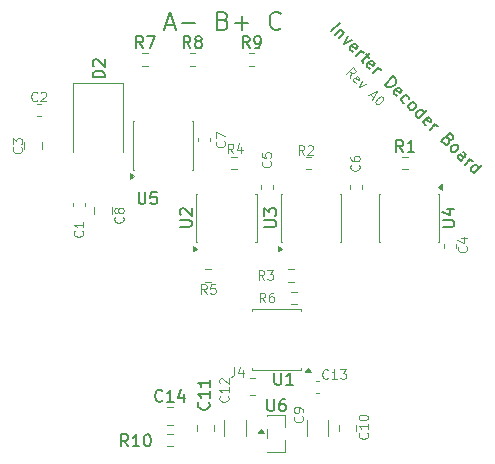
<source format=gbr>
%TF.GenerationSoftware,KiCad,Pcbnew,9.0.7-1.fc43*%
%TF.CreationDate,2026-02-06T20:22:46-08:00*%
%TF.ProjectId,inverter_board,696e7665-7274-4657-925f-626f6172642e,A0*%
%TF.SameCoordinates,PX81390e0PY9540020*%
%TF.FileFunction,Legend,Top*%
%TF.FilePolarity,Positive*%
%FSLAX46Y46*%
G04 Gerber Fmt 4.6, Leading zero omitted, Abs format (unit mm)*
G04 Created by KiCad (PCBNEW 9.0.7-1.fc43) date 2026-02-06 20:22:46*
%MOMM*%
%LPD*%
G01*
G04 APERTURE LIST*
%ADD10C,0.150000*%
%ADD11C,0.120000*%
%ADD12C,0.200000*%
G04 APERTURE END LIST*
D10*
X-28857143Y36742443D02*
X-28142857Y36742443D01*
X-29000000Y36313872D02*
X-28500000Y37813872D01*
X-28500000Y37813872D02*
X-28000000Y36313872D01*
X-27500001Y36885300D02*
X-26357143Y36885300D01*
X-24000001Y37099586D02*
X-23785715Y37028158D01*
X-23785715Y37028158D02*
X-23714286Y36956729D01*
X-23714286Y36956729D02*
X-23642858Y36813872D01*
X-23642858Y36813872D02*
X-23642858Y36599586D01*
X-23642858Y36599586D02*
X-23714286Y36456729D01*
X-23714286Y36456729D02*
X-23785715Y36385300D01*
X-23785715Y36385300D02*
X-23928572Y36313872D01*
X-23928572Y36313872D02*
X-24500001Y36313872D01*
X-24500001Y36313872D02*
X-24500001Y37813872D01*
X-24500001Y37813872D02*
X-24000001Y37813872D01*
X-24000001Y37813872D02*
X-23857143Y37742443D01*
X-23857143Y37742443D02*
X-23785715Y37671015D01*
X-23785715Y37671015D02*
X-23714286Y37528158D01*
X-23714286Y37528158D02*
X-23714286Y37385300D01*
X-23714286Y37385300D02*
X-23785715Y37242443D01*
X-23785715Y37242443D02*
X-23857143Y37171015D01*
X-23857143Y37171015D02*
X-24000001Y37099586D01*
X-24000001Y37099586D02*
X-24500001Y37099586D01*
X-23000001Y36885300D02*
X-21857143Y36885300D01*
X-22428572Y36313872D02*
X-22428572Y37456729D01*
X-19142858Y36456729D02*
X-19214286Y36385300D01*
X-19214286Y36385300D02*
X-19428572Y36313872D01*
X-19428572Y36313872D02*
X-19571429Y36313872D01*
X-19571429Y36313872D02*
X-19785715Y36385300D01*
X-19785715Y36385300D02*
X-19928572Y36528158D01*
X-19928572Y36528158D02*
X-20000001Y36671015D01*
X-20000001Y36671015D02*
X-20071429Y36956729D01*
X-20071429Y36956729D02*
X-20071429Y37171015D01*
X-20071429Y37171015D02*
X-20000001Y37456729D01*
X-20000001Y37456729D02*
X-19928572Y37599586D01*
X-19928572Y37599586D02*
X-19785715Y37742443D01*
X-19785715Y37742443D02*
X-19571429Y37813872D01*
X-19571429Y37813872D02*
X-19428572Y37813872D01*
X-19428572Y37813872D02*
X-19214286Y37742443D01*
X-19214286Y37742443D02*
X-19142858Y37671015D01*
D11*
X-13267437Y32252868D02*
X-13186625Y32710804D01*
X-13590686Y32576117D02*
X-13025001Y33141802D01*
X-13025001Y33141802D02*
X-12809501Y32926303D01*
X-12809501Y32926303D02*
X-12782564Y32845491D01*
X-12782564Y32845491D02*
X-12782564Y32791616D01*
X-12782564Y32791616D02*
X-12809501Y32710804D01*
X-12809501Y32710804D02*
X-12890314Y32629992D01*
X-12890314Y32629992D02*
X-12971126Y32603054D01*
X-12971126Y32603054D02*
X-13025001Y32603054D01*
X-13025001Y32603054D02*
X-13105813Y32629992D01*
X-13105813Y32629992D02*
X-13321312Y32845491D01*
X-12782564Y31821870D02*
X-12863376Y31848807D01*
X-12863376Y31848807D02*
X-12971126Y31956557D01*
X-12971126Y31956557D02*
X-12998063Y32037369D01*
X-12998063Y32037369D02*
X-12971126Y32118181D01*
X-12971126Y32118181D02*
X-12755627Y32333680D01*
X-12755627Y32333680D02*
X-12674814Y32360618D01*
X-12674814Y32360618D02*
X-12594002Y32333680D01*
X-12594002Y32333680D02*
X-12486253Y32225931D01*
X-12486253Y32225931D02*
X-12459315Y32145119D01*
X-12459315Y32145119D02*
X-12486253Y32064306D01*
X-12486253Y32064306D02*
X-12540127Y32010432D01*
X-12540127Y32010432D02*
X-12863376Y32225931D01*
X-12216879Y31956557D02*
X-12459315Y31444746D01*
X-12459315Y31444746D02*
X-11947505Y31687183D01*
X-11543443Y30852123D02*
X-11274069Y30582749D01*
X-11758943Y30744374D02*
X-11004695Y31121497D01*
X-11004695Y31121497D02*
X-11381819Y30367250D01*
X-10519822Y30636624D02*
X-10465948Y30582749D01*
X-10465948Y30582749D02*
X-10439010Y30501937D01*
X-10439010Y30501937D02*
X-10439010Y30448062D01*
X-10439010Y30448062D02*
X-10465948Y30367250D01*
X-10465948Y30367250D02*
X-10546760Y30232563D01*
X-10546760Y30232563D02*
X-10681447Y30097876D01*
X-10681447Y30097876D02*
X-10816134Y30017064D01*
X-10816134Y30017064D02*
X-10896946Y29990127D01*
X-10896946Y29990127D02*
X-10950821Y29990127D01*
X-10950821Y29990127D02*
X-11031633Y30017064D01*
X-11031633Y30017064D02*
X-11085508Y30070939D01*
X-11085508Y30070939D02*
X-11112445Y30151751D01*
X-11112445Y30151751D02*
X-11112445Y30205626D01*
X-11112445Y30205626D02*
X-11085508Y30286438D01*
X-11085508Y30286438D02*
X-11004696Y30421125D01*
X-11004696Y30421125D02*
X-10870009Y30555812D01*
X-10870009Y30555812D02*
X-10735322Y30636624D01*
X-10735322Y30636624D02*
X-10654509Y30663562D01*
X-10654509Y30663562D02*
X-10600635Y30663562D01*
X-10600635Y30663562D02*
X-10519822Y30636624D01*
D12*
X-14847012Y36207478D02*
X-14139905Y36914585D01*
X-14038890Y36342165D02*
X-14510295Y35870761D01*
X-14106234Y36274822D02*
X-14038890Y36274822D01*
X-14038890Y36274822D02*
X-13937875Y36241150D01*
X-13937875Y36241150D02*
X-13836860Y36140135D01*
X-13836860Y36140135D02*
X-13803188Y36039119D01*
X-13803188Y36039119D02*
X-13836860Y35938104D01*
X-13836860Y35938104D02*
X-14207249Y35567715D01*
X-13466471Y35769745D02*
X-13769516Y35129982D01*
X-13769516Y35129982D02*
X-13129753Y35433028D01*
X-13028738Y34456547D02*
X-13129753Y34490219D01*
X-13129753Y34490219D02*
X-13264440Y34624906D01*
X-13264440Y34624906D02*
X-13298112Y34725921D01*
X-13298112Y34725921D02*
X-13264440Y34826936D01*
X-13264440Y34826936D02*
X-12995066Y35096310D01*
X-12995066Y35096310D02*
X-12894051Y35129982D01*
X-12894051Y35129982D02*
X-12793035Y35096310D01*
X-12793035Y35096310D02*
X-12658348Y34961623D01*
X-12658348Y34961623D02*
X-12624677Y34860608D01*
X-12624677Y34860608D02*
X-12658348Y34759593D01*
X-12658348Y34759593D02*
X-12725692Y34692249D01*
X-12725692Y34692249D02*
X-13129753Y34961623D01*
X-12725692Y34086157D02*
X-12254287Y34557562D01*
X-12388974Y34422875D02*
X-12287959Y34456547D01*
X-12287959Y34456547D02*
X-12220615Y34456547D01*
X-12220615Y34456547D02*
X-12119600Y34422875D01*
X-12119600Y34422875D02*
X-12052257Y34355531D01*
X-11917569Y34220844D02*
X-11648195Y33951470D01*
X-11580852Y34355531D02*
X-12186943Y33749440D01*
X-12186943Y33749440D02*
X-12220615Y33648424D01*
X-12220615Y33648424D02*
X-12186943Y33547409D01*
X-12186943Y33547409D02*
X-12119600Y33480066D01*
X-11580852Y33008661D02*
X-11681867Y33042333D01*
X-11681867Y33042333D02*
X-11816554Y33177020D01*
X-11816554Y33177020D02*
X-11850226Y33278035D01*
X-11850226Y33278035D02*
X-11816554Y33379050D01*
X-11816554Y33379050D02*
X-11547180Y33648424D01*
X-11547180Y33648424D02*
X-11446165Y33682096D01*
X-11446165Y33682096D02*
X-11345149Y33648424D01*
X-11345149Y33648424D02*
X-11210462Y33513737D01*
X-11210462Y33513737D02*
X-11176791Y33412722D01*
X-11176791Y33412722D02*
X-11210462Y33311707D01*
X-11210462Y33311707D02*
X-11277806Y33244363D01*
X-11277806Y33244363D02*
X-11681867Y33513737D01*
X-11277806Y32638271D02*
X-10806401Y33109676D01*
X-10941088Y32974989D02*
X-10840073Y33008661D01*
X-10840073Y33008661D02*
X-10772729Y33008661D01*
X-10772729Y33008661D02*
X-10671714Y32974989D01*
X-10671714Y32974989D02*
X-10604371Y32907645D01*
X-10301324Y31661790D02*
X-9594218Y32368897D01*
X-9594218Y32368897D02*
X-9425859Y32200538D01*
X-9425859Y32200538D02*
X-9358515Y32065851D01*
X-9358515Y32065851D02*
X-9358515Y31931164D01*
X-9358515Y31931164D02*
X-9392187Y31830149D01*
X-9392187Y31830149D02*
X-9493202Y31661790D01*
X-9493202Y31661790D02*
X-9594218Y31560775D01*
X-9594218Y31560775D02*
X-9762576Y31459760D01*
X-9762576Y31459760D02*
X-9863592Y31426088D01*
X-9863592Y31426088D02*
X-9998279Y31426088D01*
X-9998279Y31426088D02*
X-10132966Y31493431D01*
X-10132966Y31493431D02*
X-10301324Y31661790D01*
X-9291172Y30718981D02*
X-9392187Y30752653D01*
X-9392187Y30752653D02*
X-9526874Y30887340D01*
X-9526874Y30887340D02*
X-9560546Y30988355D01*
X-9560546Y30988355D02*
X-9526874Y31089370D01*
X-9526874Y31089370D02*
X-9257500Y31358744D01*
X-9257500Y31358744D02*
X-9156485Y31392416D01*
X-9156485Y31392416D02*
X-9055470Y31358744D01*
X-9055470Y31358744D02*
X-8920783Y31224057D01*
X-8920783Y31224057D02*
X-8887111Y31123042D01*
X-8887111Y31123042D02*
X-8920783Y31022027D01*
X-8920783Y31022027D02*
X-8988126Y30954683D01*
X-8988126Y30954683D02*
X-9392187Y31224057D01*
X-8651409Y30079218D02*
X-8752424Y30112890D01*
X-8752424Y30112890D02*
X-8887111Y30247577D01*
X-8887111Y30247577D02*
X-8920783Y30348592D01*
X-8920783Y30348592D02*
X-8920783Y30415935D01*
X-8920783Y30415935D02*
X-8887111Y30516951D01*
X-8887111Y30516951D02*
X-8685080Y30718981D01*
X-8685080Y30718981D02*
X-8584065Y30752653D01*
X-8584065Y30752653D02*
X-8516722Y30752653D01*
X-8516722Y30752653D02*
X-8415706Y30718981D01*
X-8415706Y30718981D02*
X-8281019Y30584294D01*
X-8281019Y30584294D02*
X-8247348Y30483279D01*
X-8281019Y29641485D02*
X-8314691Y29742500D01*
X-8314691Y29742500D02*
X-8314691Y29809844D01*
X-8314691Y29809844D02*
X-8281019Y29910859D01*
X-8281019Y29910859D02*
X-8078989Y30112889D01*
X-8078989Y30112889D02*
X-7977973Y30146561D01*
X-7977973Y30146561D02*
X-7910630Y30146561D01*
X-7910630Y30146561D02*
X-7809615Y30112889D01*
X-7809615Y30112889D02*
X-7708599Y30011874D01*
X-7708599Y30011874D02*
X-7674928Y29910859D01*
X-7674928Y29910859D02*
X-7674928Y29843515D01*
X-7674928Y29843515D02*
X-7708599Y29742500D01*
X-7708599Y29742500D02*
X-7910630Y29540470D01*
X-7910630Y29540470D02*
X-8011645Y29506798D01*
X-8011645Y29506798D02*
X-8078989Y29506798D01*
X-8078989Y29506798D02*
X-8180004Y29540470D01*
X-8180004Y29540470D02*
X-8281019Y29641485D01*
X-7439225Y28799691D02*
X-6732119Y29506798D01*
X-7405554Y28833363D02*
X-7506569Y28867035D01*
X-7506569Y28867035D02*
X-7641256Y29001722D01*
X-7641256Y29001722D02*
X-7674928Y29102737D01*
X-7674928Y29102737D02*
X-7674928Y29170080D01*
X-7674928Y29170080D02*
X-7641256Y29271096D01*
X-7641256Y29271096D02*
X-7439225Y29473126D01*
X-7439225Y29473126D02*
X-7338210Y29506798D01*
X-7338210Y29506798D02*
X-7270867Y29506798D01*
X-7270867Y29506798D02*
X-7169851Y29473126D01*
X-7169851Y29473126D02*
X-7035164Y29338439D01*
X-7035164Y29338439D02*
X-7001493Y29237424D01*
X-6799462Y28227271D02*
X-6900477Y28260943D01*
X-6900477Y28260943D02*
X-7035164Y28395630D01*
X-7035164Y28395630D02*
X-7068836Y28496645D01*
X-7068836Y28496645D02*
X-7035164Y28597660D01*
X-7035164Y28597660D02*
X-6765790Y28867034D01*
X-6765790Y28867034D02*
X-6664775Y28900706D01*
X-6664775Y28900706D02*
X-6563760Y28867034D01*
X-6563760Y28867034D02*
X-6429073Y28732347D01*
X-6429073Y28732347D02*
X-6395401Y28631332D01*
X-6395401Y28631332D02*
X-6429073Y28530317D01*
X-6429073Y28530317D02*
X-6496416Y28462973D01*
X-6496416Y28462973D02*
X-6900477Y28732347D01*
X-6496416Y27856882D02*
X-6025012Y28328286D01*
X-6159699Y28193599D02*
X-6058683Y28227271D01*
X-6058683Y28227271D02*
X-5991340Y28227271D01*
X-5991340Y28227271D02*
X-5890325Y28193599D01*
X-5890325Y28193599D02*
X-5822981Y28126256D01*
X-4913843Y27015088D02*
X-4846500Y26880401D01*
X-4846500Y26880401D02*
X-4846500Y26813057D01*
X-4846500Y26813057D02*
X-4880172Y26712042D01*
X-4880172Y26712042D02*
X-4981187Y26611027D01*
X-4981187Y26611027D02*
X-5082202Y26577355D01*
X-5082202Y26577355D02*
X-5149546Y26577355D01*
X-5149546Y26577355D02*
X-5250561Y26611027D01*
X-5250561Y26611027D02*
X-5519935Y26880401D01*
X-5519935Y26880401D02*
X-4812828Y27587507D01*
X-4812828Y27587507D02*
X-4577126Y27351805D01*
X-4577126Y27351805D02*
X-4543454Y27250790D01*
X-4543454Y27250790D02*
X-4543454Y27183446D01*
X-4543454Y27183446D02*
X-4577126Y27082431D01*
X-4577126Y27082431D02*
X-4644469Y27015088D01*
X-4644469Y27015088D02*
X-4745485Y26981416D01*
X-4745485Y26981416D02*
X-4812828Y26981416D01*
X-4812828Y26981416D02*
X-4913843Y27015088D01*
X-4913843Y27015088D02*
X-5149546Y27250790D01*
X-4711813Y26072279D02*
X-4745485Y26173294D01*
X-4745485Y26173294D02*
X-4745485Y26240637D01*
X-4745485Y26240637D02*
X-4711813Y26341653D01*
X-4711813Y26341653D02*
X-4509782Y26543683D01*
X-4509782Y26543683D02*
X-4408767Y26577355D01*
X-4408767Y26577355D02*
X-4341424Y26577355D01*
X-4341424Y26577355D02*
X-4240408Y26543683D01*
X-4240408Y26543683D02*
X-4139393Y26442668D01*
X-4139393Y26442668D02*
X-4105721Y26341653D01*
X-4105721Y26341653D02*
X-4105721Y26274309D01*
X-4105721Y26274309D02*
X-4139393Y26173294D01*
X-4139393Y26173294D02*
X-4341424Y25971263D01*
X-4341424Y25971263D02*
X-4442439Y25937592D01*
X-4442439Y25937592D02*
X-4509782Y25937592D01*
X-4509782Y25937592D02*
X-4610798Y25971263D01*
X-4610798Y25971263D02*
X-4711813Y26072279D01*
X-3870019Y25230485D02*
X-3499630Y25600874D01*
X-3499630Y25600874D02*
X-3465958Y25701889D01*
X-3465958Y25701889D02*
X-3499630Y25802904D01*
X-3499630Y25802904D02*
X-3634317Y25937591D01*
X-3634317Y25937591D02*
X-3735332Y25971263D01*
X-3836347Y25264156D02*
X-3937363Y25297828D01*
X-3937363Y25297828D02*
X-4105721Y25466187D01*
X-4105721Y25466187D02*
X-4139393Y25567202D01*
X-4139393Y25567202D02*
X-4105721Y25668217D01*
X-4105721Y25668217D02*
X-4038378Y25735561D01*
X-4038378Y25735561D02*
X-3937363Y25769233D01*
X-3937363Y25769233D02*
X-3836347Y25735561D01*
X-3836347Y25735561D02*
X-3667988Y25567202D01*
X-3667988Y25567202D02*
X-3566973Y25533530D01*
X-3533301Y24893767D02*
X-3061897Y25365172D01*
X-3196584Y25230485D02*
X-3095569Y25264156D01*
X-3095569Y25264156D02*
X-3028225Y25264156D01*
X-3028225Y25264156D02*
X-2927210Y25230485D01*
X-2927210Y25230485D02*
X-2859866Y25163141D01*
X-2792523Y24152988D02*
X-2085416Y24860095D01*
X-2758851Y24186660D02*
X-2859866Y24220332D01*
X-2859866Y24220332D02*
X-2994553Y24355019D01*
X-2994553Y24355019D02*
X-3028225Y24456034D01*
X-3028225Y24456034D02*
X-3028225Y24523378D01*
X-3028225Y24523378D02*
X-2994553Y24624393D01*
X-2994553Y24624393D02*
X-2792523Y24826423D01*
X-2792523Y24826423D02*
X-2691507Y24860095D01*
X-2691507Y24860095D02*
X-2624164Y24860095D01*
X-2624164Y24860095D02*
X-2523149Y24826423D01*
X-2523149Y24826423D02*
X-2388462Y24691736D01*
X-2388462Y24691736D02*
X-2354790Y24590721D01*
D11*
X-39734333Y30318336D02*
X-39772429Y30280240D01*
X-39772429Y30280240D02*
X-39886714Y30242145D01*
X-39886714Y30242145D02*
X-39962905Y30242145D01*
X-39962905Y30242145D02*
X-40077191Y30280240D01*
X-40077191Y30280240D02*
X-40153381Y30356431D01*
X-40153381Y30356431D02*
X-40191476Y30432621D01*
X-40191476Y30432621D02*
X-40229572Y30585002D01*
X-40229572Y30585002D02*
X-40229572Y30699288D01*
X-40229572Y30699288D02*
X-40191476Y30851669D01*
X-40191476Y30851669D02*
X-40153381Y30927860D01*
X-40153381Y30927860D02*
X-40077191Y31004050D01*
X-40077191Y31004050D02*
X-39962905Y31042145D01*
X-39962905Y31042145D02*
X-39886714Y31042145D01*
X-39886714Y31042145D02*
X-39772429Y31004050D01*
X-39772429Y31004050D02*
X-39734333Y30965955D01*
X-39429572Y30965955D02*
X-39391476Y31004050D01*
X-39391476Y31004050D02*
X-39315286Y31042145D01*
X-39315286Y31042145D02*
X-39124810Y31042145D01*
X-39124810Y31042145D02*
X-39048619Y31004050D01*
X-39048619Y31004050D02*
X-39010524Y30965955D01*
X-39010524Y30965955D02*
X-38972429Y30889764D01*
X-38972429Y30889764D02*
X-38972429Y30813574D01*
X-38972429Y30813574D02*
X-39010524Y30699288D01*
X-39010524Y30699288D02*
X-39467667Y30242145D01*
X-39467667Y30242145D02*
X-38972429Y30242145D01*
D10*
X-34046181Y32267906D02*
X-35046181Y32267906D01*
X-35046181Y32267906D02*
X-35046181Y32506001D01*
X-35046181Y32506001D02*
X-34998562Y32648858D01*
X-34998562Y32648858D02*
X-34903324Y32744096D01*
X-34903324Y32744096D02*
X-34808086Y32791715D01*
X-34808086Y32791715D02*
X-34617610Y32839334D01*
X-34617610Y32839334D02*
X-34474753Y32839334D01*
X-34474753Y32839334D02*
X-34284277Y32791715D01*
X-34284277Y32791715D02*
X-34189039Y32744096D01*
X-34189039Y32744096D02*
X-34093800Y32648858D01*
X-34093800Y32648858D02*
X-34046181Y32506001D01*
X-34046181Y32506001D02*
X-34046181Y32267906D01*
X-34950943Y33220287D02*
X-34998562Y33267906D01*
X-34998562Y33267906D02*
X-35046181Y33363144D01*
X-35046181Y33363144D02*
X-35046181Y33601239D01*
X-35046181Y33601239D02*
X-34998562Y33696477D01*
X-34998562Y33696477D02*
X-34950943Y33744096D01*
X-34950943Y33744096D02*
X-34855705Y33791715D01*
X-34855705Y33791715D02*
X-34760467Y33791715D01*
X-34760467Y33791715D02*
X-34617610Y33744096D01*
X-34617610Y33744096D02*
X-34046181Y33172668D01*
X-34046181Y33172668D02*
X-34046181Y33791715D01*
D11*
X-17313336Y3572668D02*
X-17275240Y3534572D01*
X-17275240Y3534572D02*
X-17237145Y3420287D01*
X-17237145Y3420287D02*
X-17237145Y3344096D01*
X-17237145Y3344096D02*
X-17275240Y3229810D01*
X-17275240Y3229810D02*
X-17351431Y3153620D01*
X-17351431Y3153620D02*
X-17427621Y3115525D01*
X-17427621Y3115525D02*
X-17580002Y3077429D01*
X-17580002Y3077429D02*
X-17694288Y3077429D01*
X-17694288Y3077429D02*
X-17846669Y3115525D01*
X-17846669Y3115525D02*
X-17922860Y3153620D01*
X-17922860Y3153620D02*
X-17999050Y3229810D01*
X-17999050Y3229810D02*
X-18037145Y3344096D01*
X-18037145Y3344096D02*
X-18037145Y3420287D01*
X-18037145Y3420287D02*
X-17999050Y3534572D01*
X-17999050Y3534572D02*
X-17960955Y3572668D01*
X-17237145Y3953620D02*
X-17237145Y4106001D01*
X-17237145Y4106001D02*
X-17275240Y4182191D01*
X-17275240Y4182191D02*
X-17313336Y4220287D01*
X-17313336Y4220287D02*
X-17427621Y4296477D01*
X-17427621Y4296477D02*
X-17580002Y4334572D01*
X-17580002Y4334572D02*
X-17884764Y4334572D01*
X-17884764Y4334572D02*
X-17960955Y4296477D01*
X-17960955Y4296477D02*
X-17999050Y4258382D01*
X-17999050Y4258382D02*
X-18037145Y4182191D01*
X-18037145Y4182191D02*
X-18037145Y4029810D01*
X-18037145Y4029810D02*
X-17999050Y3953620D01*
X-17999050Y3953620D02*
X-17960955Y3915525D01*
X-17960955Y3915525D02*
X-17884764Y3877429D01*
X-17884764Y3877429D02*
X-17694288Y3877429D01*
X-17694288Y3877429D02*
X-17618098Y3915525D01*
X-17618098Y3915525D02*
X-17580002Y3953620D01*
X-17580002Y3953620D02*
X-17541907Y4029810D01*
X-17541907Y4029810D02*
X-17541907Y4182191D01*
X-17541907Y4182191D02*
X-17580002Y4258382D01*
X-17580002Y4258382D02*
X-17618098Y4296477D01*
X-17618098Y4296477D02*
X-17694288Y4334572D01*
X-23067667Y7742145D02*
X-23067667Y7170717D01*
X-23067667Y7170717D02*
X-23105762Y7056431D01*
X-23105762Y7056431D02*
X-23181953Y6980240D01*
X-23181953Y6980240D02*
X-23296238Y6942145D01*
X-23296238Y6942145D02*
X-23372429Y6942145D01*
X-22343857Y7475479D02*
X-22343857Y6942145D01*
X-22534333Y7780240D02*
X-22724810Y7208812D01*
X-22724810Y7208812D02*
X-22229571Y7208812D01*
X-25409333Y13942145D02*
X-25676000Y14323098D01*
X-25866476Y13942145D02*
X-25866476Y14742145D01*
X-25866476Y14742145D02*
X-25561714Y14742145D01*
X-25561714Y14742145D02*
X-25485524Y14704050D01*
X-25485524Y14704050D02*
X-25447429Y14665955D01*
X-25447429Y14665955D02*
X-25409333Y14589764D01*
X-25409333Y14589764D02*
X-25409333Y14475479D01*
X-25409333Y14475479D02*
X-25447429Y14399288D01*
X-25447429Y14399288D02*
X-25485524Y14361193D01*
X-25485524Y14361193D02*
X-25561714Y14323098D01*
X-25561714Y14323098D02*
X-25866476Y14323098D01*
X-24685524Y14742145D02*
X-25066476Y14742145D01*
X-25066476Y14742145D02*
X-25104572Y14361193D01*
X-25104572Y14361193D02*
X-25066476Y14399288D01*
X-25066476Y14399288D02*
X-24990286Y14437383D01*
X-24990286Y14437383D02*
X-24799810Y14437383D01*
X-24799810Y14437383D02*
X-24723619Y14399288D01*
X-24723619Y14399288D02*
X-24685524Y14361193D01*
X-24685524Y14361193D02*
X-24647429Y14285002D01*
X-24647429Y14285002D02*
X-24647429Y14094526D01*
X-24647429Y14094526D02*
X-24685524Y14018336D01*
X-24685524Y14018336D02*
X-24723619Y13980240D01*
X-24723619Y13980240D02*
X-24799810Y13942145D01*
X-24799810Y13942145D02*
X-24990286Y13942145D01*
X-24990286Y13942145D02*
X-25066476Y13980240D01*
X-25066476Y13980240D02*
X-25104572Y14018336D01*
X-35913336Y19272668D02*
X-35875240Y19234572D01*
X-35875240Y19234572D02*
X-35837145Y19120287D01*
X-35837145Y19120287D02*
X-35837145Y19044096D01*
X-35837145Y19044096D02*
X-35875240Y18929810D01*
X-35875240Y18929810D02*
X-35951431Y18853620D01*
X-35951431Y18853620D02*
X-36027621Y18815525D01*
X-36027621Y18815525D02*
X-36180002Y18777429D01*
X-36180002Y18777429D02*
X-36294288Y18777429D01*
X-36294288Y18777429D02*
X-36446669Y18815525D01*
X-36446669Y18815525D02*
X-36522860Y18853620D01*
X-36522860Y18853620D02*
X-36599050Y18929810D01*
X-36599050Y18929810D02*
X-36637145Y19044096D01*
X-36637145Y19044096D02*
X-36637145Y19120287D01*
X-36637145Y19120287D02*
X-36599050Y19234572D01*
X-36599050Y19234572D02*
X-36560955Y19272668D01*
X-35837145Y20034572D02*
X-35837145Y19577429D01*
X-35837145Y19806001D02*
X-36637145Y19806001D01*
X-36637145Y19806001D02*
X-36522860Y19729810D01*
X-36522860Y19729810D02*
X-36446669Y19653620D01*
X-36446669Y19653620D02*
X-36408574Y19577429D01*
X-23913336Y26872668D02*
X-23875240Y26834572D01*
X-23875240Y26834572D02*
X-23837145Y26720287D01*
X-23837145Y26720287D02*
X-23837145Y26644096D01*
X-23837145Y26644096D02*
X-23875240Y26529810D01*
X-23875240Y26529810D02*
X-23951431Y26453620D01*
X-23951431Y26453620D02*
X-24027621Y26415525D01*
X-24027621Y26415525D02*
X-24180002Y26377429D01*
X-24180002Y26377429D02*
X-24294288Y26377429D01*
X-24294288Y26377429D02*
X-24446669Y26415525D01*
X-24446669Y26415525D02*
X-24522860Y26453620D01*
X-24522860Y26453620D02*
X-24599050Y26529810D01*
X-24599050Y26529810D02*
X-24637145Y26644096D01*
X-24637145Y26644096D02*
X-24637145Y26720287D01*
X-24637145Y26720287D02*
X-24599050Y26834572D01*
X-24599050Y26834572D02*
X-24560955Y26872668D01*
X-24637145Y27139334D02*
X-24637145Y27672668D01*
X-24637145Y27672668D02*
X-23837145Y27329810D01*
X-41113336Y26366668D02*
X-41075240Y26328572D01*
X-41075240Y26328572D02*
X-41037145Y26214287D01*
X-41037145Y26214287D02*
X-41037145Y26138096D01*
X-41037145Y26138096D02*
X-41075240Y26023810D01*
X-41075240Y26023810D02*
X-41151431Y25947620D01*
X-41151431Y25947620D02*
X-41227621Y25909525D01*
X-41227621Y25909525D02*
X-41380002Y25871429D01*
X-41380002Y25871429D02*
X-41494288Y25871429D01*
X-41494288Y25871429D02*
X-41646669Y25909525D01*
X-41646669Y25909525D02*
X-41722860Y25947620D01*
X-41722860Y25947620D02*
X-41799050Y26023810D01*
X-41799050Y26023810D02*
X-41837145Y26138096D01*
X-41837145Y26138096D02*
X-41837145Y26214287D01*
X-41837145Y26214287D02*
X-41799050Y26328572D01*
X-41799050Y26328572D02*
X-41760955Y26366668D01*
X-41837145Y26633334D02*
X-41837145Y27128572D01*
X-41837145Y27128572D02*
X-41532383Y26861906D01*
X-41532383Y26861906D02*
X-41532383Y26976191D01*
X-41532383Y26976191D02*
X-41494288Y27052382D01*
X-41494288Y27052382D02*
X-41456193Y27090477D01*
X-41456193Y27090477D02*
X-41380002Y27128572D01*
X-41380002Y27128572D02*
X-41189526Y27128572D01*
X-41189526Y27128572D02*
X-41113336Y27090477D01*
X-41113336Y27090477D02*
X-41075240Y27052382D01*
X-41075240Y27052382D02*
X-41037145Y26976191D01*
X-41037145Y26976191D02*
X-41037145Y26747620D01*
X-41037145Y26747620D02*
X-41075240Y26671429D01*
X-41075240Y26671429D02*
X-41113336Y26633334D01*
X-20434333Y13242145D02*
X-20701000Y13623098D01*
X-20891476Y13242145D02*
X-20891476Y14042145D01*
X-20891476Y14042145D02*
X-20586714Y14042145D01*
X-20586714Y14042145D02*
X-20510524Y14004050D01*
X-20510524Y14004050D02*
X-20472429Y13965955D01*
X-20472429Y13965955D02*
X-20434333Y13889764D01*
X-20434333Y13889764D02*
X-20434333Y13775479D01*
X-20434333Y13775479D02*
X-20472429Y13699288D01*
X-20472429Y13699288D02*
X-20510524Y13661193D01*
X-20510524Y13661193D02*
X-20586714Y13623098D01*
X-20586714Y13623098D02*
X-20891476Y13623098D01*
X-19748619Y14042145D02*
X-19901000Y14042145D01*
X-19901000Y14042145D02*
X-19977191Y14004050D01*
X-19977191Y14004050D02*
X-20015286Y13965955D01*
X-20015286Y13965955D02*
X-20091476Y13851669D01*
X-20091476Y13851669D02*
X-20129572Y13699288D01*
X-20129572Y13699288D02*
X-20129572Y13394526D01*
X-20129572Y13394526D02*
X-20091476Y13318336D01*
X-20091476Y13318336D02*
X-20053381Y13280240D01*
X-20053381Y13280240D02*
X-19977191Y13242145D01*
X-19977191Y13242145D02*
X-19824810Y13242145D01*
X-19824810Y13242145D02*
X-19748619Y13280240D01*
X-19748619Y13280240D02*
X-19710524Y13318336D01*
X-19710524Y13318336D02*
X-19672429Y13394526D01*
X-19672429Y13394526D02*
X-19672429Y13585002D01*
X-19672429Y13585002D02*
X-19710524Y13661193D01*
X-19710524Y13661193D02*
X-19748619Y13699288D01*
X-19748619Y13699288D02*
X-19824810Y13737383D01*
X-19824810Y13737383D02*
X-19977191Y13737383D01*
X-19977191Y13737383D02*
X-20053381Y13699288D01*
X-20053381Y13699288D02*
X-20091476Y13661193D01*
X-20091476Y13661193D02*
X-20129572Y13585002D01*
D10*
X-29142858Y4915420D02*
X-29190477Y4867800D01*
X-29190477Y4867800D02*
X-29333334Y4820181D01*
X-29333334Y4820181D02*
X-29428572Y4820181D01*
X-29428572Y4820181D02*
X-29571429Y4867800D01*
X-29571429Y4867800D02*
X-29666667Y4963039D01*
X-29666667Y4963039D02*
X-29714286Y5058277D01*
X-29714286Y5058277D02*
X-29761905Y5248753D01*
X-29761905Y5248753D02*
X-29761905Y5391610D01*
X-29761905Y5391610D02*
X-29714286Y5582086D01*
X-29714286Y5582086D02*
X-29666667Y5677324D01*
X-29666667Y5677324D02*
X-29571429Y5772562D01*
X-29571429Y5772562D02*
X-29428572Y5820181D01*
X-29428572Y5820181D02*
X-29333334Y5820181D01*
X-29333334Y5820181D02*
X-29190477Y5772562D01*
X-29190477Y5772562D02*
X-29142858Y5724943D01*
X-28190477Y4820181D02*
X-28761905Y4820181D01*
X-28476191Y4820181D02*
X-28476191Y5820181D01*
X-28476191Y5820181D02*
X-28571429Y5677324D01*
X-28571429Y5677324D02*
X-28666667Y5582086D01*
X-28666667Y5582086D02*
X-28761905Y5534467D01*
X-27333334Y5486848D02*
X-27333334Y4820181D01*
X-27571429Y5867800D02*
X-27809524Y5153515D01*
X-27809524Y5153515D02*
X-27190477Y5153515D01*
D11*
X-23134333Y25842145D02*
X-23401000Y26223098D01*
X-23591476Y25842145D02*
X-23591476Y26642145D01*
X-23591476Y26642145D02*
X-23286714Y26642145D01*
X-23286714Y26642145D02*
X-23210524Y26604050D01*
X-23210524Y26604050D02*
X-23172429Y26565955D01*
X-23172429Y26565955D02*
X-23134333Y26489764D01*
X-23134333Y26489764D02*
X-23134333Y26375479D01*
X-23134333Y26375479D02*
X-23172429Y26299288D01*
X-23172429Y26299288D02*
X-23210524Y26261193D01*
X-23210524Y26261193D02*
X-23286714Y26223098D01*
X-23286714Y26223098D02*
X-23591476Y26223098D01*
X-22448619Y26375479D02*
X-22448619Y25842145D01*
X-22639095Y26680240D02*
X-22829572Y26108812D01*
X-22829572Y26108812D02*
X-22334333Y26108812D01*
D10*
X-26767667Y34750181D02*
X-27101000Y35226372D01*
X-27339095Y34750181D02*
X-27339095Y35750181D01*
X-27339095Y35750181D02*
X-26958143Y35750181D01*
X-26958143Y35750181D02*
X-26862905Y35702562D01*
X-26862905Y35702562D02*
X-26815286Y35654943D01*
X-26815286Y35654943D02*
X-26767667Y35559705D01*
X-26767667Y35559705D02*
X-26767667Y35416848D01*
X-26767667Y35416848D02*
X-26815286Y35321610D01*
X-26815286Y35321610D02*
X-26862905Y35273991D01*
X-26862905Y35273991D02*
X-26958143Y35226372D01*
X-26958143Y35226372D02*
X-27339095Y35226372D01*
X-26196238Y35321610D02*
X-26291476Y35369229D01*
X-26291476Y35369229D02*
X-26339095Y35416848D01*
X-26339095Y35416848D02*
X-26386714Y35512086D01*
X-26386714Y35512086D02*
X-26386714Y35559705D01*
X-26386714Y35559705D02*
X-26339095Y35654943D01*
X-26339095Y35654943D02*
X-26291476Y35702562D01*
X-26291476Y35702562D02*
X-26196238Y35750181D01*
X-26196238Y35750181D02*
X-26005762Y35750181D01*
X-26005762Y35750181D02*
X-25910524Y35702562D01*
X-25910524Y35702562D02*
X-25862905Y35654943D01*
X-25862905Y35654943D02*
X-25815286Y35559705D01*
X-25815286Y35559705D02*
X-25815286Y35512086D01*
X-25815286Y35512086D02*
X-25862905Y35416848D01*
X-25862905Y35416848D02*
X-25910524Y35369229D01*
X-25910524Y35369229D02*
X-26005762Y35321610D01*
X-26005762Y35321610D02*
X-26196238Y35321610D01*
X-26196238Y35321610D02*
X-26291476Y35273991D01*
X-26291476Y35273991D02*
X-26339095Y35226372D01*
X-26339095Y35226372D02*
X-26386714Y35131134D01*
X-26386714Y35131134D02*
X-26386714Y34940658D01*
X-26386714Y34940658D02*
X-26339095Y34845420D01*
X-26339095Y34845420D02*
X-26291476Y34797800D01*
X-26291476Y34797800D02*
X-26196238Y34750181D01*
X-26196238Y34750181D02*
X-26005762Y34750181D01*
X-26005762Y34750181D02*
X-25910524Y34797800D01*
X-25910524Y34797800D02*
X-25862905Y34845420D01*
X-25862905Y34845420D02*
X-25815286Y34940658D01*
X-25815286Y34940658D02*
X-25815286Y35131134D01*
X-25815286Y35131134D02*
X-25862905Y35226372D01*
X-25862905Y35226372D02*
X-25910524Y35273991D01*
X-25910524Y35273991D02*
X-26005762Y35321610D01*
X-30767667Y34750181D02*
X-31101000Y35226372D01*
X-31339095Y34750181D02*
X-31339095Y35750181D01*
X-31339095Y35750181D02*
X-30958143Y35750181D01*
X-30958143Y35750181D02*
X-30862905Y35702562D01*
X-30862905Y35702562D02*
X-30815286Y35654943D01*
X-30815286Y35654943D02*
X-30767667Y35559705D01*
X-30767667Y35559705D02*
X-30767667Y35416848D01*
X-30767667Y35416848D02*
X-30815286Y35321610D01*
X-30815286Y35321610D02*
X-30862905Y35273991D01*
X-30862905Y35273991D02*
X-30958143Y35226372D01*
X-30958143Y35226372D02*
X-31339095Y35226372D01*
X-30434333Y35750181D02*
X-29767667Y35750181D01*
X-29767667Y35750181D02*
X-30196238Y34750181D01*
D11*
X-15115286Y6818336D02*
X-15153382Y6780240D01*
X-15153382Y6780240D02*
X-15267667Y6742145D01*
X-15267667Y6742145D02*
X-15343858Y6742145D01*
X-15343858Y6742145D02*
X-15458144Y6780240D01*
X-15458144Y6780240D02*
X-15534334Y6856431D01*
X-15534334Y6856431D02*
X-15572429Y6932621D01*
X-15572429Y6932621D02*
X-15610525Y7085002D01*
X-15610525Y7085002D02*
X-15610525Y7199288D01*
X-15610525Y7199288D02*
X-15572429Y7351669D01*
X-15572429Y7351669D02*
X-15534334Y7427860D01*
X-15534334Y7427860D02*
X-15458144Y7504050D01*
X-15458144Y7504050D02*
X-15343858Y7542145D01*
X-15343858Y7542145D02*
X-15267667Y7542145D01*
X-15267667Y7542145D02*
X-15153382Y7504050D01*
X-15153382Y7504050D02*
X-15115286Y7465955D01*
X-14353382Y6742145D02*
X-14810525Y6742145D01*
X-14581953Y6742145D02*
X-14581953Y7542145D01*
X-14581953Y7542145D02*
X-14658144Y7427860D01*
X-14658144Y7427860D02*
X-14734334Y7351669D01*
X-14734334Y7351669D02*
X-14810525Y7313574D01*
X-14086715Y7542145D02*
X-13591477Y7542145D01*
X-13591477Y7542145D02*
X-13858143Y7237383D01*
X-13858143Y7237383D02*
X-13743858Y7237383D01*
X-13743858Y7237383D02*
X-13667667Y7199288D01*
X-13667667Y7199288D02*
X-13629572Y7161193D01*
X-13629572Y7161193D02*
X-13591477Y7085002D01*
X-13591477Y7085002D02*
X-13591477Y6894526D01*
X-13591477Y6894526D02*
X-13629572Y6818336D01*
X-13629572Y6818336D02*
X-13667667Y6780240D01*
X-13667667Y6780240D02*
X-13743858Y6742145D01*
X-13743858Y6742145D02*
X-13972429Y6742145D01*
X-13972429Y6742145D02*
X-14048620Y6780240D01*
X-14048620Y6780240D02*
X-14086715Y6818336D01*
D10*
X-20521181Y19618096D02*
X-19711658Y19618096D01*
X-19711658Y19618096D02*
X-19616420Y19665715D01*
X-19616420Y19665715D02*
X-19568800Y19713334D01*
X-19568800Y19713334D02*
X-19521181Y19808572D01*
X-19521181Y19808572D02*
X-19521181Y19999048D01*
X-19521181Y19999048D02*
X-19568800Y20094286D01*
X-19568800Y20094286D02*
X-19616420Y20141905D01*
X-19616420Y20141905D02*
X-19711658Y20189524D01*
X-19711658Y20189524D02*
X-20521181Y20189524D01*
X-20521181Y20570477D02*
X-20521181Y21189524D01*
X-20521181Y21189524D02*
X-20140229Y20856191D01*
X-20140229Y20856191D02*
X-20140229Y20999048D01*
X-20140229Y20999048D02*
X-20092610Y21094286D01*
X-20092610Y21094286D02*
X-20044991Y21141905D01*
X-20044991Y21141905D02*
X-19949753Y21189524D01*
X-19949753Y21189524D02*
X-19711658Y21189524D01*
X-19711658Y21189524D02*
X-19616420Y21141905D01*
X-19616420Y21141905D02*
X-19568800Y21094286D01*
X-19568800Y21094286D02*
X-19521181Y20999048D01*
X-19521181Y20999048D02*
X-19521181Y20713334D01*
X-19521181Y20713334D02*
X-19568800Y20618096D01*
X-19568800Y20618096D02*
X-19616420Y20570477D01*
D11*
X-20013336Y25172668D02*
X-19975240Y25134572D01*
X-19975240Y25134572D02*
X-19937145Y25020287D01*
X-19937145Y25020287D02*
X-19937145Y24944096D01*
X-19937145Y24944096D02*
X-19975240Y24829810D01*
X-19975240Y24829810D02*
X-20051431Y24753620D01*
X-20051431Y24753620D02*
X-20127621Y24715525D01*
X-20127621Y24715525D02*
X-20280002Y24677429D01*
X-20280002Y24677429D02*
X-20394288Y24677429D01*
X-20394288Y24677429D02*
X-20546669Y24715525D01*
X-20546669Y24715525D02*
X-20622860Y24753620D01*
X-20622860Y24753620D02*
X-20699050Y24829810D01*
X-20699050Y24829810D02*
X-20737145Y24944096D01*
X-20737145Y24944096D02*
X-20737145Y25020287D01*
X-20737145Y25020287D02*
X-20699050Y25134572D01*
X-20699050Y25134572D02*
X-20660955Y25172668D01*
X-20737145Y25896477D02*
X-20737145Y25515525D01*
X-20737145Y25515525D02*
X-20356193Y25477429D01*
X-20356193Y25477429D02*
X-20394288Y25515525D01*
X-20394288Y25515525D02*
X-20432383Y25591715D01*
X-20432383Y25591715D02*
X-20432383Y25782191D01*
X-20432383Y25782191D02*
X-20394288Y25858382D01*
X-20394288Y25858382D02*
X-20356193Y25896477D01*
X-20356193Y25896477D02*
X-20280002Y25934572D01*
X-20280002Y25934572D02*
X-20089526Y25934572D01*
X-20089526Y25934572D02*
X-20013336Y25896477D01*
X-20013336Y25896477D02*
X-19975240Y25858382D01*
X-19975240Y25858382D02*
X-19937145Y25782191D01*
X-19937145Y25782191D02*
X-19937145Y25591715D01*
X-19937145Y25591715D02*
X-19975240Y25515525D01*
X-19975240Y25515525D02*
X-20013336Y25477429D01*
X-17134333Y25742145D02*
X-17401000Y26123098D01*
X-17591476Y25742145D02*
X-17591476Y26542145D01*
X-17591476Y26542145D02*
X-17286714Y26542145D01*
X-17286714Y26542145D02*
X-17210524Y26504050D01*
X-17210524Y26504050D02*
X-17172429Y26465955D01*
X-17172429Y26465955D02*
X-17134333Y26389764D01*
X-17134333Y26389764D02*
X-17134333Y26275479D01*
X-17134333Y26275479D02*
X-17172429Y26199288D01*
X-17172429Y26199288D02*
X-17210524Y26161193D01*
X-17210524Y26161193D02*
X-17286714Y26123098D01*
X-17286714Y26123098D02*
X-17591476Y26123098D01*
X-16829572Y26465955D02*
X-16791476Y26504050D01*
X-16791476Y26504050D02*
X-16715286Y26542145D01*
X-16715286Y26542145D02*
X-16524810Y26542145D01*
X-16524810Y26542145D02*
X-16448619Y26504050D01*
X-16448619Y26504050D02*
X-16410524Y26465955D01*
X-16410524Y26465955D02*
X-16372429Y26389764D01*
X-16372429Y26389764D02*
X-16372429Y26313574D01*
X-16372429Y26313574D02*
X-16410524Y26199288D01*
X-16410524Y26199288D02*
X-16867667Y25742145D01*
X-16867667Y25742145D02*
X-16372429Y25742145D01*
D10*
X-5421181Y19618096D02*
X-4611658Y19618096D01*
X-4611658Y19618096D02*
X-4516420Y19665715D01*
X-4516420Y19665715D02*
X-4468800Y19713334D01*
X-4468800Y19713334D02*
X-4421181Y19808572D01*
X-4421181Y19808572D02*
X-4421181Y19999048D01*
X-4421181Y19999048D02*
X-4468800Y20094286D01*
X-4468800Y20094286D02*
X-4516420Y20141905D01*
X-4516420Y20141905D02*
X-4611658Y20189524D01*
X-4611658Y20189524D02*
X-5421181Y20189524D01*
X-5087848Y21094286D02*
X-4421181Y21094286D01*
X-5468800Y20856191D02*
X-4754515Y20618096D01*
X-4754515Y20618096D02*
X-4754515Y21237143D01*
X-32043858Y1051181D02*
X-32377191Y1527372D01*
X-32615286Y1051181D02*
X-32615286Y2051181D01*
X-32615286Y2051181D02*
X-32234334Y2051181D01*
X-32234334Y2051181D02*
X-32139096Y2003562D01*
X-32139096Y2003562D02*
X-32091477Y1955943D01*
X-32091477Y1955943D02*
X-32043858Y1860705D01*
X-32043858Y1860705D02*
X-32043858Y1717848D01*
X-32043858Y1717848D02*
X-32091477Y1622610D01*
X-32091477Y1622610D02*
X-32139096Y1574991D01*
X-32139096Y1574991D02*
X-32234334Y1527372D01*
X-32234334Y1527372D02*
X-32615286Y1527372D01*
X-31091477Y1051181D02*
X-31662905Y1051181D01*
X-31377191Y1051181D02*
X-31377191Y2051181D01*
X-31377191Y2051181D02*
X-31472429Y1908324D01*
X-31472429Y1908324D02*
X-31567667Y1813086D01*
X-31567667Y1813086D02*
X-31662905Y1765467D01*
X-30472429Y2051181D02*
X-30377191Y2051181D01*
X-30377191Y2051181D02*
X-30281953Y2003562D01*
X-30281953Y2003562D02*
X-30234334Y1955943D01*
X-30234334Y1955943D02*
X-30186715Y1860705D01*
X-30186715Y1860705D02*
X-30139096Y1670229D01*
X-30139096Y1670229D02*
X-30139096Y1432134D01*
X-30139096Y1432134D02*
X-30186715Y1241658D01*
X-30186715Y1241658D02*
X-30234334Y1146420D01*
X-30234334Y1146420D02*
X-30281953Y1098800D01*
X-30281953Y1098800D02*
X-30377191Y1051181D01*
X-30377191Y1051181D02*
X-30472429Y1051181D01*
X-30472429Y1051181D02*
X-30567667Y1098800D01*
X-30567667Y1098800D02*
X-30615286Y1146420D01*
X-30615286Y1146420D02*
X-30662905Y1241658D01*
X-30662905Y1241658D02*
X-30710524Y1432134D01*
X-30710524Y1432134D02*
X-30710524Y1670229D01*
X-30710524Y1670229D02*
X-30662905Y1860705D01*
X-30662905Y1860705D02*
X-30615286Y1955943D01*
X-30615286Y1955943D02*
X-30567667Y2003562D01*
X-30567667Y2003562D02*
X-30472429Y2051181D01*
D11*
X-32513336Y20472668D02*
X-32475240Y20434572D01*
X-32475240Y20434572D02*
X-32437145Y20320287D01*
X-32437145Y20320287D02*
X-32437145Y20244096D01*
X-32437145Y20244096D02*
X-32475240Y20129810D01*
X-32475240Y20129810D02*
X-32551431Y20053620D01*
X-32551431Y20053620D02*
X-32627621Y20015525D01*
X-32627621Y20015525D02*
X-32780002Y19977429D01*
X-32780002Y19977429D02*
X-32894288Y19977429D01*
X-32894288Y19977429D02*
X-33046669Y20015525D01*
X-33046669Y20015525D02*
X-33122860Y20053620D01*
X-33122860Y20053620D02*
X-33199050Y20129810D01*
X-33199050Y20129810D02*
X-33237145Y20244096D01*
X-33237145Y20244096D02*
X-33237145Y20320287D01*
X-33237145Y20320287D02*
X-33199050Y20434572D01*
X-33199050Y20434572D02*
X-33160955Y20472668D01*
X-32894288Y20929810D02*
X-32932383Y20853620D01*
X-32932383Y20853620D02*
X-32970479Y20815525D01*
X-32970479Y20815525D02*
X-33046669Y20777429D01*
X-33046669Y20777429D02*
X-33084764Y20777429D01*
X-33084764Y20777429D02*
X-33160955Y20815525D01*
X-33160955Y20815525D02*
X-33199050Y20853620D01*
X-33199050Y20853620D02*
X-33237145Y20929810D01*
X-33237145Y20929810D02*
X-33237145Y21082191D01*
X-33237145Y21082191D02*
X-33199050Y21158382D01*
X-33199050Y21158382D02*
X-33160955Y21196477D01*
X-33160955Y21196477D02*
X-33084764Y21234572D01*
X-33084764Y21234572D02*
X-33046669Y21234572D01*
X-33046669Y21234572D02*
X-32970479Y21196477D01*
X-32970479Y21196477D02*
X-32932383Y21158382D01*
X-32932383Y21158382D02*
X-32894288Y21082191D01*
X-32894288Y21082191D02*
X-32894288Y20929810D01*
X-32894288Y20929810D02*
X-32856193Y20853620D01*
X-32856193Y20853620D02*
X-32818098Y20815525D01*
X-32818098Y20815525D02*
X-32741907Y20777429D01*
X-32741907Y20777429D02*
X-32589526Y20777429D01*
X-32589526Y20777429D02*
X-32513336Y20815525D01*
X-32513336Y20815525D02*
X-32475240Y20853620D01*
X-32475240Y20853620D02*
X-32437145Y20929810D01*
X-32437145Y20929810D02*
X-32437145Y21082191D01*
X-32437145Y21082191D02*
X-32475240Y21158382D01*
X-32475240Y21158382D02*
X-32513336Y21196477D01*
X-32513336Y21196477D02*
X-32589526Y21234572D01*
X-32589526Y21234572D02*
X-32741907Y21234572D01*
X-32741907Y21234572D02*
X-32818098Y21196477D01*
X-32818098Y21196477D02*
X-32856193Y21158382D01*
X-32856193Y21158382D02*
X-32894288Y21082191D01*
X-3413336Y17972668D02*
X-3375240Y17934572D01*
X-3375240Y17934572D02*
X-3337145Y17820287D01*
X-3337145Y17820287D02*
X-3337145Y17744096D01*
X-3337145Y17744096D02*
X-3375240Y17629810D01*
X-3375240Y17629810D02*
X-3451431Y17553620D01*
X-3451431Y17553620D02*
X-3527621Y17515525D01*
X-3527621Y17515525D02*
X-3680002Y17477429D01*
X-3680002Y17477429D02*
X-3794288Y17477429D01*
X-3794288Y17477429D02*
X-3946669Y17515525D01*
X-3946669Y17515525D02*
X-4022860Y17553620D01*
X-4022860Y17553620D02*
X-4099050Y17629810D01*
X-4099050Y17629810D02*
X-4137145Y17744096D01*
X-4137145Y17744096D02*
X-4137145Y17820287D01*
X-4137145Y17820287D02*
X-4099050Y17934572D01*
X-4099050Y17934572D02*
X-4060955Y17972668D01*
X-3870479Y18658382D02*
X-3337145Y18658382D01*
X-4175240Y18467906D02*
X-3603812Y18277429D01*
X-3603812Y18277429D02*
X-3603812Y18772668D01*
X-20534333Y15142145D02*
X-20801000Y15523098D01*
X-20991476Y15142145D02*
X-20991476Y15942145D01*
X-20991476Y15942145D02*
X-20686714Y15942145D01*
X-20686714Y15942145D02*
X-20610524Y15904050D01*
X-20610524Y15904050D02*
X-20572429Y15865955D01*
X-20572429Y15865955D02*
X-20534333Y15789764D01*
X-20534333Y15789764D02*
X-20534333Y15675479D01*
X-20534333Y15675479D02*
X-20572429Y15599288D01*
X-20572429Y15599288D02*
X-20610524Y15561193D01*
X-20610524Y15561193D02*
X-20686714Y15523098D01*
X-20686714Y15523098D02*
X-20991476Y15523098D01*
X-20267667Y15942145D02*
X-19772429Y15942145D01*
X-19772429Y15942145D02*
X-20039095Y15637383D01*
X-20039095Y15637383D02*
X-19924810Y15637383D01*
X-19924810Y15637383D02*
X-19848619Y15599288D01*
X-19848619Y15599288D02*
X-19810524Y15561193D01*
X-19810524Y15561193D02*
X-19772429Y15485002D01*
X-19772429Y15485002D02*
X-19772429Y15294526D01*
X-19772429Y15294526D02*
X-19810524Y15218336D01*
X-19810524Y15218336D02*
X-19848619Y15180240D01*
X-19848619Y15180240D02*
X-19924810Y15142145D01*
X-19924810Y15142145D02*
X-20153381Y15142145D01*
X-20153381Y15142145D02*
X-20229572Y15180240D01*
X-20229572Y15180240D02*
X-20267667Y15218336D01*
D10*
X-21767667Y34750181D02*
X-22101000Y35226372D01*
X-22339095Y34750181D02*
X-22339095Y35750181D01*
X-22339095Y35750181D02*
X-21958143Y35750181D01*
X-21958143Y35750181D02*
X-21862905Y35702562D01*
X-21862905Y35702562D02*
X-21815286Y35654943D01*
X-21815286Y35654943D02*
X-21767667Y35559705D01*
X-21767667Y35559705D02*
X-21767667Y35416848D01*
X-21767667Y35416848D02*
X-21815286Y35321610D01*
X-21815286Y35321610D02*
X-21862905Y35273991D01*
X-21862905Y35273991D02*
X-21958143Y35226372D01*
X-21958143Y35226372D02*
X-22339095Y35226372D01*
X-21291476Y34750181D02*
X-21101000Y34750181D01*
X-21101000Y34750181D02*
X-21005762Y34797800D01*
X-21005762Y34797800D02*
X-20958143Y34845420D01*
X-20958143Y34845420D02*
X-20862905Y34988277D01*
X-20862905Y34988277D02*
X-20815286Y35178753D01*
X-20815286Y35178753D02*
X-20815286Y35559705D01*
X-20815286Y35559705D02*
X-20862905Y35654943D01*
X-20862905Y35654943D02*
X-20910524Y35702562D01*
X-20910524Y35702562D02*
X-21005762Y35750181D01*
X-21005762Y35750181D02*
X-21196238Y35750181D01*
X-21196238Y35750181D02*
X-21291476Y35702562D01*
X-21291476Y35702562D02*
X-21339095Y35654943D01*
X-21339095Y35654943D02*
X-21386714Y35559705D01*
X-21386714Y35559705D02*
X-21386714Y35321610D01*
X-21386714Y35321610D02*
X-21339095Y35226372D01*
X-21339095Y35226372D02*
X-21291476Y35178753D01*
X-21291476Y35178753D02*
X-21196238Y35131134D01*
X-21196238Y35131134D02*
X-21005762Y35131134D01*
X-21005762Y35131134D02*
X-20910524Y35178753D01*
X-20910524Y35178753D02*
X-20862905Y35226372D01*
X-20862905Y35226372D02*
X-20815286Y35321610D01*
X-31162905Y22551181D02*
X-31162905Y21741658D01*
X-31162905Y21741658D02*
X-31115286Y21646420D01*
X-31115286Y21646420D02*
X-31067667Y21598800D01*
X-31067667Y21598800D02*
X-30972429Y21551181D01*
X-30972429Y21551181D02*
X-30781953Y21551181D01*
X-30781953Y21551181D02*
X-30686715Y21598800D01*
X-30686715Y21598800D02*
X-30639096Y21646420D01*
X-30639096Y21646420D02*
X-30591477Y21741658D01*
X-30591477Y21741658D02*
X-30591477Y22551181D01*
X-29639096Y22551181D02*
X-30115286Y22551181D01*
X-30115286Y22551181D02*
X-30162905Y22074991D01*
X-30162905Y22074991D02*
X-30115286Y22122610D01*
X-30115286Y22122610D02*
X-30020048Y22170229D01*
X-30020048Y22170229D02*
X-29781953Y22170229D01*
X-29781953Y22170229D02*
X-29686715Y22122610D01*
X-29686715Y22122610D02*
X-29639096Y22074991D01*
X-29639096Y22074991D02*
X-29591477Y21979753D01*
X-29591477Y21979753D02*
X-29591477Y21741658D01*
X-29591477Y21741658D02*
X-29639096Y21646420D01*
X-29639096Y21646420D02*
X-29686715Y21598800D01*
X-29686715Y21598800D02*
X-29781953Y21551181D01*
X-29781953Y21551181D02*
X-30020048Y21551181D01*
X-30020048Y21551181D02*
X-30115286Y21598800D01*
X-30115286Y21598800D02*
X-30162905Y21646420D01*
X-19662905Y7251181D02*
X-19662905Y6441658D01*
X-19662905Y6441658D02*
X-19615286Y6346420D01*
X-19615286Y6346420D02*
X-19567667Y6298800D01*
X-19567667Y6298800D02*
X-19472429Y6251181D01*
X-19472429Y6251181D02*
X-19281953Y6251181D01*
X-19281953Y6251181D02*
X-19186715Y6298800D01*
X-19186715Y6298800D02*
X-19139096Y6346420D01*
X-19139096Y6346420D02*
X-19091477Y6441658D01*
X-19091477Y6441658D02*
X-19091477Y7251181D01*
X-18091477Y6251181D02*
X-18662905Y6251181D01*
X-18377191Y6251181D02*
X-18377191Y7251181D01*
X-18377191Y7251181D02*
X-18472429Y7108324D01*
X-18472429Y7108324D02*
X-18567667Y7013086D01*
X-18567667Y7013086D02*
X-18662905Y6965467D01*
X-27676181Y19618096D02*
X-26866658Y19618096D01*
X-26866658Y19618096D02*
X-26771420Y19665715D01*
X-26771420Y19665715D02*
X-26723800Y19713334D01*
X-26723800Y19713334D02*
X-26676181Y19808572D01*
X-26676181Y19808572D02*
X-26676181Y19999048D01*
X-26676181Y19999048D02*
X-26723800Y20094286D01*
X-26723800Y20094286D02*
X-26771420Y20141905D01*
X-26771420Y20141905D02*
X-26866658Y20189524D01*
X-26866658Y20189524D02*
X-27676181Y20189524D01*
X-27580943Y20618096D02*
X-27628562Y20665715D01*
X-27628562Y20665715D02*
X-27676181Y20760953D01*
X-27676181Y20760953D02*
X-27676181Y20999048D01*
X-27676181Y20999048D02*
X-27628562Y21094286D01*
X-27628562Y21094286D02*
X-27580943Y21141905D01*
X-27580943Y21141905D02*
X-27485705Y21189524D01*
X-27485705Y21189524D02*
X-27390467Y21189524D01*
X-27390467Y21189524D02*
X-27247610Y21141905D01*
X-27247610Y21141905D02*
X-26676181Y20570477D01*
X-26676181Y20570477D02*
X-26676181Y21189524D01*
D11*
X-12513336Y24872668D02*
X-12475240Y24834572D01*
X-12475240Y24834572D02*
X-12437145Y24720287D01*
X-12437145Y24720287D02*
X-12437145Y24644096D01*
X-12437145Y24644096D02*
X-12475240Y24529810D01*
X-12475240Y24529810D02*
X-12551431Y24453620D01*
X-12551431Y24453620D02*
X-12627621Y24415525D01*
X-12627621Y24415525D02*
X-12780002Y24377429D01*
X-12780002Y24377429D02*
X-12894288Y24377429D01*
X-12894288Y24377429D02*
X-13046669Y24415525D01*
X-13046669Y24415525D02*
X-13122860Y24453620D01*
X-13122860Y24453620D02*
X-13199050Y24529810D01*
X-13199050Y24529810D02*
X-13237145Y24644096D01*
X-13237145Y24644096D02*
X-13237145Y24720287D01*
X-13237145Y24720287D02*
X-13199050Y24834572D01*
X-13199050Y24834572D02*
X-13160955Y24872668D01*
X-13237145Y25558382D02*
X-13237145Y25406001D01*
X-13237145Y25406001D02*
X-13199050Y25329810D01*
X-13199050Y25329810D02*
X-13160955Y25291715D01*
X-13160955Y25291715D02*
X-13046669Y25215525D01*
X-13046669Y25215525D02*
X-12894288Y25177429D01*
X-12894288Y25177429D02*
X-12589526Y25177429D01*
X-12589526Y25177429D02*
X-12513336Y25215525D01*
X-12513336Y25215525D02*
X-12475240Y25253620D01*
X-12475240Y25253620D02*
X-12437145Y25329810D01*
X-12437145Y25329810D02*
X-12437145Y25482191D01*
X-12437145Y25482191D02*
X-12475240Y25558382D01*
X-12475240Y25558382D02*
X-12513336Y25596477D01*
X-12513336Y25596477D02*
X-12589526Y25634572D01*
X-12589526Y25634572D02*
X-12780002Y25634572D01*
X-12780002Y25634572D02*
X-12856193Y25596477D01*
X-12856193Y25596477D02*
X-12894288Y25558382D01*
X-12894288Y25558382D02*
X-12932383Y25482191D01*
X-12932383Y25482191D02*
X-12932383Y25329810D01*
X-12932383Y25329810D02*
X-12894288Y25253620D01*
X-12894288Y25253620D02*
X-12856193Y25215525D01*
X-12856193Y25215525D02*
X-12780002Y25177429D01*
X-23613336Y5291715D02*
X-23575240Y5253619D01*
X-23575240Y5253619D02*
X-23537145Y5139334D01*
X-23537145Y5139334D02*
X-23537145Y5063143D01*
X-23537145Y5063143D02*
X-23575240Y4948857D01*
X-23575240Y4948857D02*
X-23651431Y4872667D01*
X-23651431Y4872667D02*
X-23727621Y4834572D01*
X-23727621Y4834572D02*
X-23880002Y4796476D01*
X-23880002Y4796476D02*
X-23994288Y4796476D01*
X-23994288Y4796476D02*
X-24146669Y4834572D01*
X-24146669Y4834572D02*
X-24222860Y4872667D01*
X-24222860Y4872667D02*
X-24299050Y4948857D01*
X-24299050Y4948857D02*
X-24337145Y5063143D01*
X-24337145Y5063143D02*
X-24337145Y5139334D01*
X-24337145Y5139334D02*
X-24299050Y5253619D01*
X-24299050Y5253619D02*
X-24260955Y5291715D01*
X-23537145Y6053619D02*
X-23537145Y5596476D01*
X-23537145Y5825048D02*
X-24337145Y5825048D01*
X-24337145Y5825048D02*
X-24222860Y5748857D01*
X-24222860Y5748857D02*
X-24146669Y5672667D01*
X-24146669Y5672667D02*
X-24108574Y5596476D01*
X-24260955Y6358381D02*
X-24299050Y6396477D01*
X-24299050Y6396477D02*
X-24337145Y6472667D01*
X-24337145Y6472667D02*
X-24337145Y6663143D01*
X-24337145Y6663143D02*
X-24299050Y6739334D01*
X-24299050Y6739334D02*
X-24260955Y6777429D01*
X-24260955Y6777429D02*
X-24184764Y6815524D01*
X-24184764Y6815524D02*
X-24108574Y6815524D01*
X-24108574Y6815524D02*
X-23994288Y6777429D01*
X-23994288Y6777429D02*
X-23537145Y6320286D01*
X-23537145Y6320286D02*
X-23537145Y6815524D01*
D10*
X-20261905Y5040181D02*
X-20261905Y4230658D01*
X-20261905Y4230658D02*
X-20214286Y4135420D01*
X-20214286Y4135420D02*
X-20166667Y4087800D01*
X-20166667Y4087800D02*
X-20071429Y4040181D01*
X-20071429Y4040181D02*
X-19880953Y4040181D01*
X-19880953Y4040181D02*
X-19785715Y4087800D01*
X-19785715Y4087800D02*
X-19738096Y4135420D01*
X-19738096Y4135420D02*
X-19690477Y4230658D01*
X-19690477Y4230658D02*
X-19690477Y5040181D01*
X-18785715Y5040181D02*
X-18976191Y5040181D01*
X-18976191Y5040181D02*
X-19071429Y4992562D01*
X-19071429Y4992562D02*
X-19119048Y4944943D01*
X-19119048Y4944943D02*
X-19214286Y4802086D01*
X-19214286Y4802086D02*
X-19261905Y4611610D01*
X-19261905Y4611610D02*
X-19261905Y4230658D01*
X-19261905Y4230658D02*
X-19214286Y4135420D01*
X-19214286Y4135420D02*
X-19166667Y4087800D01*
X-19166667Y4087800D02*
X-19071429Y4040181D01*
X-19071429Y4040181D02*
X-18880953Y4040181D01*
X-18880953Y4040181D02*
X-18785715Y4087800D01*
X-18785715Y4087800D02*
X-18738096Y4135420D01*
X-18738096Y4135420D02*
X-18690477Y4230658D01*
X-18690477Y4230658D02*
X-18690477Y4468753D01*
X-18690477Y4468753D02*
X-18738096Y4563991D01*
X-18738096Y4563991D02*
X-18785715Y4611610D01*
X-18785715Y4611610D02*
X-18880953Y4659229D01*
X-18880953Y4659229D02*
X-19071429Y4659229D01*
X-19071429Y4659229D02*
X-19166667Y4611610D01*
X-19166667Y4611610D02*
X-19214286Y4563991D01*
X-19214286Y4563991D02*
X-19261905Y4468753D01*
D11*
X-11813336Y2191715D02*
X-11775240Y2153619D01*
X-11775240Y2153619D02*
X-11737145Y2039334D01*
X-11737145Y2039334D02*
X-11737145Y1963143D01*
X-11737145Y1963143D02*
X-11775240Y1848857D01*
X-11775240Y1848857D02*
X-11851431Y1772667D01*
X-11851431Y1772667D02*
X-11927621Y1734572D01*
X-11927621Y1734572D02*
X-12080002Y1696476D01*
X-12080002Y1696476D02*
X-12194288Y1696476D01*
X-12194288Y1696476D02*
X-12346669Y1734572D01*
X-12346669Y1734572D02*
X-12422860Y1772667D01*
X-12422860Y1772667D02*
X-12499050Y1848857D01*
X-12499050Y1848857D02*
X-12537145Y1963143D01*
X-12537145Y1963143D02*
X-12537145Y2039334D01*
X-12537145Y2039334D02*
X-12499050Y2153619D01*
X-12499050Y2153619D02*
X-12460955Y2191715D01*
X-11737145Y2953619D02*
X-11737145Y2496476D01*
X-11737145Y2725048D02*
X-12537145Y2725048D01*
X-12537145Y2725048D02*
X-12422860Y2648857D01*
X-12422860Y2648857D02*
X-12346669Y2572667D01*
X-12346669Y2572667D02*
X-12308574Y2496476D01*
X-12537145Y3448858D02*
X-12537145Y3525048D01*
X-12537145Y3525048D02*
X-12499050Y3601239D01*
X-12499050Y3601239D02*
X-12460955Y3639334D01*
X-12460955Y3639334D02*
X-12384764Y3677429D01*
X-12384764Y3677429D02*
X-12232383Y3715524D01*
X-12232383Y3715524D02*
X-12041907Y3715524D01*
X-12041907Y3715524D02*
X-11889526Y3677429D01*
X-11889526Y3677429D02*
X-11813336Y3639334D01*
X-11813336Y3639334D02*
X-11775240Y3601239D01*
X-11775240Y3601239D02*
X-11737145Y3525048D01*
X-11737145Y3525048D02*
X-11737145Y3448858D01*
X-11737145Y3448858D02*
X-11775240Y3372667D01*
X-11775240Y3372667D02*
X-11813336Y3334572D01*
X-11813336Y3334572D02*
X-11889526Y3296477D01*
X-11889526Y3296477D02*
X-12041907Y3258381D01*
X-12041907Y3258381D02*
X-12232383Y3258381D01*
X-12232383Y3258381D02*
X-12384764Y3296477D01*
X-12384764Y3296477D02*
X-12460955Y3334572D01*
X-12460955Y3334572D02*
X-12499050Y3372667D01*
X-12499050Y3372667D02*
X-12537145Y3448858D01*
D10*
X-25241420Y4763143D02*
X-25193800Y4715524D01*
X-25193800Y4715524D02*
X-25146181Y4572667D01*
X-25146181Y4572667D02*
X-25146181Y4477429D01*
X-25146181Y4477429D02*
X-25193800Y4334572D01*
X-25193800Y4334572D02*
X-25289039Y4239334D01*
X-25289039Y4239334D02*
X-25384277Y4191715D01*
X-25384277Y4191715D02*
X-25574753Y4144096D01*
X-25574753Y4144096D02*
X-25717610Y4144096D01*
X-25717610Y4144096D02*
X-25908086Y4191715D01*
X-25908086Y4191715D02*
X-26003324Y4239334D01*
X-26003324Y4239334D02*
X-26098562Y4334572D01*
X-26098562Y4334572D02*
X-26146181Y4477429D01*
X-26146181Y4477429D02*
X-26146181Y4572667D01*
X-26146181Y4572667D02*
X-26098562Y4715524D01*
X-26098562Y4715524D02*
X-26050943Y4763143D01*
X-25146181Y5715524D02*
X-25146181Y5144096D01*
X-25146181Y5429810D02*
X-26146181Y5429810D01*
X-26146181Y5429810D02*
X-26003324Y5334572D01*
X-26003324Y5334572D02*
X-25908086Y5239334D01*
X-25908086Y5239334D02*
X-25860467Y5144096D01*
X-25146181Y6667905D02*
X-25146181Y6096477D01*
X-25146181Y6382191D02*
X-26146181Y6382191D01*
X-26146181Y6382191D02*
X-26003324Y6286953D01*
X-26003324Y6286953D02*
X-25908086Y6191715D01*
X-25908086Y6191715D02*
X-25860467Y6096477D01*
X-8767667Y25975181D02*
X-9101000Y26451372D01*
X-9339095Y25975181D02*
X-9339095Y26975181D01*
X-9339095Y26975181D02*
X-8958143Y26975181D01*
X-8958143Y26975181D02*
X-8862905Y26927562D01*
X-8862905Y26927562D02*
X-8815286Y26879943D01*
X-8815286Y26879943D02*
X-8767667Y26784705D01*
X-8767667Y26784705D02*
X-8767667Y26641848D01*
X-8767667Y26641848D02*
X-8815286Y26546610D01*
X-8815286Y26546610D02*
X-8862905Y26498991D01*
X-8862905Y26498991D02*
X-8958143Y26451372D01*
X-8958143Y26451372D02*
X-9339095Y26451372D01*
X-7815286Y25975181D02*
X-8386714Y25975181D01*
X-8101000Y25975181D02*
X-8101000Y26975181D01*
X-8101000Y26975181D02*
X-8196238Y26832324D01*
X-8196238Y26832324D02*
X-8291476Y26737086D01*
X-8291476Y26737086D02*
X-8386714Y26689467D01*
D11*
%TO.C,C2*%
X-39460420Y30010000D02*
X-39741580Y30010000D01*
X-39460420Y28990000D02*
X-39741580Y28990000D01*
%TO.C,D2*%
X-36751000Y31766000D02*
X-36751000Y25956000D01*
X-32451000Y31766000D02*
X-36751000Y31766000D01*
X-32451000Y31766000D02*
X-32451000Y25956000D01*
%TO.C,C9*%
X-16910000Y1883748D02*
X-16910000Y3306252D01*
X-15090000Y1883748D02*
X-15090000Y3306252D01*
%TO.C,J4*%
X-21727064Y6830000D02*
X-21272936Y6830000D01*
X-21727064Y5360000D02*
X-21272936Y5360000D01*
%TO.C,R5*%
X-25513258Y16022500D02*
X-25038742Y16022500D01*
X-25513258Y14977500D02*
X-25038742Y14977500D01*
%TO.C,C1*%
X-36698500Y21640580D02*
X-36698500Y21359420D01*
X-35678500Y21640580D02*
X-35678500Y21359420D01*
%TO.C,C7*%
X-26111000Y26859420D02*
X-26111000Y27140580D01*
X-25091000Y26859420D02*
X-25091000Y27140580D01*
%TO.C,C3*%
X-40836000Y26761252D02*
X-40836000Y26238748D01*
X-39366000Y26761252D02*
X-39366000Y26238748D01*
%TO.C,R6*%
X-17762742Y14117500D02*
X-18237258Y14117500D01*
X-17762742Y13072500D02*
X-18237258Y13072500D01*
%TO.C,C14*%
X-28761252Y4330000D02*
X-28238748Y4330000D01*
X-28761252Y2860000D02*
X-28238748Y2860000D01*
%TO.C,R4*%
X-23338258Y25522500D02*
X-22863742Y25522500D01*
X-23338258Y24477500D02*
X-22863742Y24477500D01*
%TO.C,R8*%
X-26838258Y34297500D02*
X-26363742Y34297500D01*
X-26838258Y33252500D02*
X-26363742Y33252500D01*
%TO.C,R7*%
X-30838258Y34297500D02*
X-30363742Y34297500D01*
X-30838258Y33252500D02*
X-30363742Y33252500D01*
%TO.C,C13*%
X-15859420Y6605000D02*
X-16140580Y6605000D01*
X-15859420Y5585000D02*
X-16140580Y5585000D01*
%TO.C,U3*%
X-19136000Y22440000D02*
X-19041000Y22440000D01*
X-19136000Y18320000D02*
X-19136000Y22440000D01*
X-19041000Y18320000D02*
X-19136000Y18320000D01*
X-14111000Y22440000D02*
X-14016000Y22440000D01*
X-14016000Y22440000D02*
X-14016000Y18320000D01*
X-14016000Y18320000D02*
X-14111000Y18320000D01*
X-19046000Y17780000D02*
X-19376000Y17540000D01*
X-19376000Y18020000D01*
X-19046000Y17780000D01*
G36*
X-19046000Y17780000D02*
G01*
X-19376000Y17540000D01*
X-19376000Y18020000D01*
X-19046000Y17780000D01*
G37*
%TO.C,C5*%
X-20786000Y22859420D02*
X-20786000Y23140580D01*
X-19766000Y22859420D02*
X-19766000Y23140580D01*
%TO.C,R2*%
X-17013258Y25522500D02*
X-16538742Y25522500D01*
X-17013258Y24477500D02*
X-16538742Y24477500D01*
%TO.C,U4*%
X-10836000Y22440000D02*
X-10741000Y22440000D01*
X-10836000Y18320000D02*
X-10836000Y22440000D01*
X-10741000Y18320000D02*
X-10836000Y18320000D01*
X-5811000Y22440000D02*
X-5716000Y22440000D01*
X-5716000Y22440000D02*
X-5716000Y18320000D01*
X-5716000Y18320000D02*
X-5811000Y18320000D01*
X-5476000Y22740000D02*
X-5806000Y22980000D01*
X-5476000Y23220000D01*
X-5476000Y22740000D01*
G36*
X-5476000Y22740000D02*
G01*
X-5806000Y22980000D01*
X-5476000Y23220000D01*
X-5476000Y22740000D01*
G37*
%TO.C,R10*%
X-28737258Y2117500D02*
X-28262742Y2117500D01*
X-28737258Y1072500D02*
X-28262742Y1072500D01*
%TO.C,C8*%
X-34923500Y21261252D02*
X-34923500Y20738748D01*
X-33453500Y21261252D02*
X-33453500Y20738748D01*
%TO.C,C4*%
X-5286000Y17858420D02*
X-5286000Y18139580D01*
X-4266000Y17858420D02*
X-4266000Y18139580D01*
%TO.C,R3*%
X-18513258Y16022500D02*
X-18038742Y16022500D01*
X-18513258Y14977500D02*
X-18038742Y14977500D01*
%TO.C,R9*%
X-21838258Y34297500D02*
X-21363742Y34297500D01*
X-21838258Y33252500D02*
X-21363742Y33252500D01*
%TO.C,U5*%
X-31661000Y28560000D02*
X-31566000Y28560000D01*
X-31661000Y24440000D02*
X-31661000Y28560000D01*
X-31566000Y24440000D02*
X-31661000Y24440000D01*
X-26636000Y28560000D02*
X-26541000Y28560000D01*
X-26541000Y28560000D02*
X-26541000Y24440000D01*
X-26541000Y24440000D02*
X-26636000Y24440000D01*
X-31571000Y23900000D02*
X-31901000Y23660000D01*
X-31901000Y24140000D01*
X-31571000Y23900000D01*
G36*
X-31571000Y23900000D02*
G01*
X-31901000Y23660000D01*
X-31901000Y24140000D01*
X-31571000Y23900000D01*
G37*
%TO.C,U1*%
X-21560000Y12655000D02*
X-17440000Y12655000D01*
X-21560000Y12535000D02*
X-21560000Y12655000D01*
X-21560000Y7535000D02*
X-21560000Y7655000D01*
X-17440000Y12655000D02*
X-17440000Y12535000D01*
X-17440000Y7655000D02*
X-17440000Y7535000D01*
X-17440000Y7535000D02*
X-21560000Y7535000D01*
X-16600000Y7315000D02*
X-17080000Y7315000D01*
X-16840000Y7645000D01*
X-16600000Y7315000D01*
G36*
X-16600000Y7315000D02*
G01*
X-17080000Y7315000D01*
X-16840000Y7645000D01*
X-16600000Y7315000D01*
G37*
%TO.C,U2*%
X-26291000Y22440000D02*
X-26196000Y22440000D01*
X-26291000Y18320000D02*
X-26291000Y22440000D01*
X-26196000Y18320000D02*
X-26291000Y18320000D01*
X-21266000Y22440000D02*
X-21171000Y22440000D01*
X-21171000Y22440000D02*
X-21171000Y18320000D01*
X-21171000Y18320000D02*
X-21266000Y18320000D01*
X-26201000Y17780000D02*
X-26531000Y17540000D01*
X-26531000Y18020000D01*
X-26201000Y17780000D01*
G36*
X-26201000Y17780000D02*
G01*
X-26531000Y17540000D01*
X-26531000Y18020000D01*
X-26201000Y17780000D01*
G37*
%TO.C,C6*%
X-13286000Y22859420D02*
X-13286000Y23140580D01*
X-12266000Y22859420D02*
X-12266000Y23140580D01*
%TO.C,C12*%
X-23910000Y1883748D02*
X-23910000Y3306252D01*
X-22090000Y1883748D02*
X-22090000Y3306252D01*
%TO.C,U6*%
X-20260000Y3655000D02*
X-18740000Y3655000D01*
X-20260000Y3605000D02*
X-20260000Y3655000D01*
X-20260000Y1705000D02*
X-20260000Y2485000D01*
X-20260000Y535000D02*
X-20260000Y585000D01*
X-18740000Y3655000D02*
X-18740000Y2655000D01*
X-18740000Y1535000D02*
X-18740000Y535000D01*
X-18740000Y535000D02*
X-20260000Y535000D01*
X-20560000Y2145000D02*
X-21040000Y2145000D01*
X-20800000Y2475000D01*
X-20560000Y2145000D01*
G36*
X-20560000Y2145000D02*
G01*
X-21040000Y2145000D01*
X-20800000Y2475000D01*
X-20560000Y2145000D01*
G37*
%TO.C,C10*%
X-14235000Y2333748D02*
X-14235000Y2856252D01*
X-12765000Y2333748D02*
X-12765000Y2856252D01*
%TO.C,C11*%
X-26235000Y2333748D02*
X-26235000Y2856252D01*
X-24765000Y2333748D02*
X-24765000Y2856252D01*
%TO.C,R1*%
X-8838258Y25522500D02*
X-8363742Y25522500D01*
X-8838258Y24477500D02*
X-8363742Y24477500D01*
%TD*%
M02*

</source>
